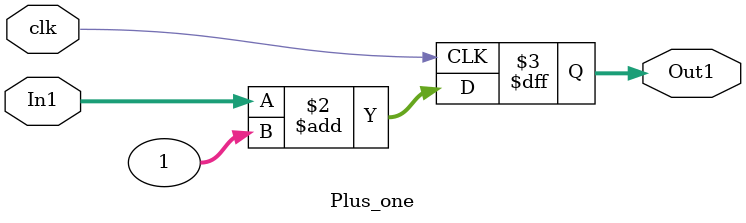
<source format=v>
`timescale 1 ns / 1 ps

module Plus_one(In1,Out1,clk);
 
 input [31:0] In1;
 input clk;
 output[31:0] Out1;
 
 reg [31:0] Out1;
 
 always @ (posedge clk)
  Out1=In1+1;
endmodule

</source>
